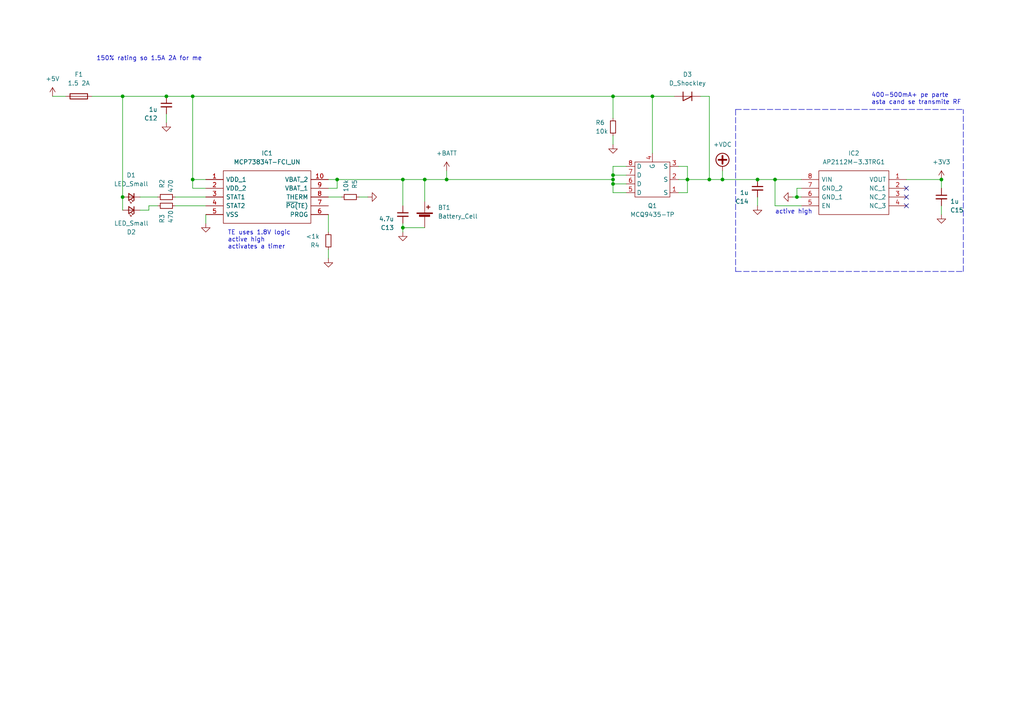
<source format=kicad_sch>
(kicad_sch (version 20211123) (generator eeschema)
  (paper "A4")
  (lib_symbols
    (symbol "Device:Battery_Cell" (pin_numbers hide) (pin_names (offset 0) hide)
      (property "Reference" "BT" (at 2.54 2.54 0))
      (property "Value" "Battery_Cell" (at 2.54 0 0))
      (symbol "Battery_Cell_0_1"
        (rectangle (start -2.286 1.778) (end 2.286 1.524) (fill (type outline)))
        (rectangle (start -1.5748 1.1938) (end 1.4732 0.6858) (fill (type outline)))
        (polyline (pts (xy 0 0.762) (xy 0 0)))
        (polyline (pts (xy 0 1.778) (xy 0 2.54)))
        (polyline (pts (xy 0.508 3.429) (xy 1.524 3.429)) (stroke (width 0.254)))
        (polyline (pts (xy 1.016 3.937) (xy 1.016 2.921)) (stroke (width 0.254)))
      )
      (symbol "Battery_Cell_1_1"
        (pin passive line (at 0 5.08 270) (length 2.54) (name "+") (number "1"))
        (pin passive line (at 0 -2.54 90) (length 2.54) (name "-") (number "2"))
      )
    )
    (symbol "Device:C_Small" (pin_numbers hide) (pin_names (offset 0.254) hide)
      (property "Reference" "C" (at 0.254 1.778 0))
      (property "Value" "C_Small" (at 0.254 -2.032 0))
      (symbol "C_Small_0_1"
        (polyline (pts (xy -1.524 -0.508) (xy 1.524 -0.508)) (stroke (width 0.3302)))
        (polyline (pts (xy -1.524 0.508) (xy 1.524 0.508)) (stroke (width 0.3048)))
      )
      (symbol "C_Small_1_1"
        (pin passive line (at 0 2.54 270) (length 2.032) (name "~") (number "1"))
        (pin passive line (at 0 -2.54 90) (length 2.032) (name "~") (number "2"))
      )
    )
    (symbol "Device:D_Shockley" (pin_numbers hide) (pin_names (offset 1.016) hide)
      (property "Reference" "D" (at 0 2.54 0))
      (property "Value" "D_Shockley" (at 0 -2.54 0))
      (symbol "D_Shockley_0_1"
        (polyline (pts (xy -1.27 0) (xy 1.27 0)))
        (polyline (pts (xy -1.27 1.27) (xy -1.27 -1.27)) (stroke (width 0.254)))
        (polyline (pts (xy -1.27 0) (xy 1.27 1.27) (xy 1.27 -1.27)) (stroke (width 0.254)))
      )
      (symbol "D_Shockley_1_1"
        (pin passive line (at -3.81 0 0) (length 2.54) (name "K") (number "1"))
        (pin passive line (at 3.81 0 180) (length 2.54) (name "A") (number "2"))
      )
    )
    (symbol "Device:Fuse" (pin_numbers hide) (pin_names (offset 0))
      (property "Reference" "F" (at 2.032 0 90))
      (property "Value" "Fuse" (at -1.905 0 90))
      (symbol "Fuse_0_1"
        (rectangle (start -0.762 -2.54) (end 0.762 2.54) (stroke (width 0.254)))
        (polyline (pts (xy 0 2.54) (xy 0 -2.54)))
      )
      (symbol "Fuse_1_1"
        (pin passive line (at 0 3.81 270) (length 1.27) (name "~") (number "1"))
        (pin passive line (at 0 -3.81 90) (length 1.27) (name "~") (number "2"))
      )
    )
    (symbol "Device:LED_Small" (pin_numbers hide) (pin_names (offset 0.254) hide)
      (property "Reference" "D" (at -1.27 3.175 0))
      (property "Value" "LED_Small" (at -4.445 -2.54 0))
      (symbol "LED_Small_0_1"
        (polyline (pts (xy -0.762 -1.016) (xy -0.762 1.016)) (stroke (width 0.254)))
        (polyline (pts (xy 1.016 0) (xy -0.762 0)))
        (polyline (pts (xy 0.762 -1.016) (xy -0.762 0) (xy 0.762 1.016) (xy 0.762 -1.016)) (stroke (width 0.254)))
        (polyline (pts (xy 0 0.762) (xy -0.508 1.27) (xy -0.254 1.27) (xy -0.508 1.27) (xy -0.508 1.016)))
        (polyline (pts (xy 0.508 1.27) (xy 0 1.778) (xy 0.254 1.778) (xy 0 1.778) (xy 0 1.524)))
      )
      (symbol "LED_Small_1_1"
        (pin passive line (at -2.54 0 0) (length 1.778) (name "K") (number "1"))
        (pin passive line (at 2.54 0 180) (length 1.778) (name "A") (number "2"))
      )
    )
    (symbol "Device:R_Small" (pin_numbers hide) (pin_names (offset 0.254) hide)
      (property "Reference" "R" (at 0.762 0.508 0))
      (property "Value" "R_Small" (at 0.762 -1.016 0))
      (symbol "R_Small_0_1"
        (rectangle (start -0.762 1.778) (end 0.762 -1.778) (stroke (width 0.2032)))
      )
      (symbol "R_Small_1_1"
        (pin passive line (at 0 2.54 270) (length 0.762) (name "~") (number "1"))
        (pin passive line (at 0 -2.54 90) (length 0.762) (name "~") (number "2"))
      )
    )
    (symbol "My_custom_lib:MCQ9435-TP"
      (property "Reference" "Q" (at -6.35 10.16 0))
      (property "Value" "MCQ9435-TP" (at -5.08 7.62 0))
      (symbol "MCQ9435-TP_0_1"
        (rectangle (start -12.7 6.35) (end -2.54 -3.81))
      )
      (symbol "MCQ9435-TP_1_1"
        (pin input line (at -15.24 5.08 0) (length 2.54) (name "S") (number "1"))
        (pin input line (at -15.24 1.27 0) (length 2.54) (name "S") (number "2"))
        (pin input line (at -15.24 -2.54 0) (length 2.54) (name "S") (number "3"))
        (pin input line (at -7.62 -6.35 90) (length 2.54) (name "G") (number "4"))
        (pin output line (at 0 5.08 180) (length 2.54) (name "D") (number "5"))
        (pin output line (at 0 2.54 180) (length 2.54) (name "D") (number "6"))
        (pin output line (at 0 0 180) (length 2.54) (name "D") (number "7"))
        (pin output line (at 0 -2.54 180) (length 2.54) (name "D") (number "8"))
      )
    )
    (symbol "SamacSys_Parts:AP2112M-3.3TRG1" (pin_names (offset 0.762))
      (property "Reference" "IC" (at 26.67 7.62 0))
      (property "Value" "AP2112M-3.3TRG1" (at 26.67 5.08 0))
      (symbol "AP2112M-3.3TRG1_0_0"
        (pin passive line (at 0 0 0) (length 5.08) (name "VOUT") (number "1"))
        (pin passive line (at 0 -2.54 0) (length 5.08) (name "NC_1") (number "2"))
        (pin passive line (at 0 -5.08 0) (length 5.08) (name "NC_2") (number "3"))
        (pin passive line (at 0 -7.62 0) (length 5.08) (name "NC_3") (number "4"))
        (pin passive line (at 30.48 -7.62 180) (length 5.08) (name "EN") (number "5"))
        (pin passive line (at 30.48 -5.08 180) (length 5.08) (name "GND_1") (number "6"))
        (pin passive line (at 30.48 -2.54 180) (length 5.08) (name "GND_2") (number "7"))
        (pin passive line (at 30.48 0 180) (length 5.08) (name "VIN") (number "8"))
      )
      (symbol "AP2112M-3.3TRG1_0_1"
        (polyline (pts (xy 5.08 2.54) (xy 25.4 2.54) (xy 25.4 -10.16) (xy 5.08 -10.16) (xy 5.08 2.54)) (stroke (width 0.1524)))
      )
    )
    (symbol "SamacSys_Parts:MCP73834T-FCI_UN" (pin_names (offset 0.762))
      (property "Reference" "IC" (at 31.75 7.62 0))
      (property "Value" "MCP73834T-FCI_UN" (at 31.75 5.08 0))
      (symbol "MCP73834T-FCI_UN_0_0"
        (pin passive line (at 0 0 0) (length 5.08) (name "VDD_1") (number "1"))
        (pin passive line (at 35.56 0 180) (length 5.08) (name "VBAT_2") (number "10"))
        (pin passive line (at 0 -2.54 0) (length 5.08) (name "VDD_2") (number "2"))
        (pin passive line (at 0 -5.08 0) (length 5.08) (name "STAT1") (number "3"))
        (pin passive line (at 0 -7.62 0) (length 5.08) (name "STAT2") (number "4"))
        (pin passive line (at 0 -10.16 0) (length 5.08) (name "VSS") (number "5"))
        (pin passive line (at 35.56 -10.16 180) (length 5.08) (name "PROG") (number "6"))
        (pin passive line (at 35.56 -7.62 180) (length 5.08) (name "~{PG(}TE)") (number "7"))
        (pin passive line (at 35.56 -5.08 180) (length 5.08) (name "THERM") (number "8"))
        (pin passive line (at 35.56 -2.54 180) (length 5.08) (name "VBAT_1") (number "9"))
      )
      (symbol "MCP73834T-FCI_UN_0_1"
        (polyline (pts (xy 5.08 2.54) (xy 30.48 2.54) (xy 30.48 -12.7) (xy 5.08 -12.7) (xy 5.08 2.54)) (stroke (width 0.1524)))
      )
    )
    (symbol "power:+3.3V" (power) (pin_names (offset 0))
      (property "Value" "+3.3V" (at 0 3.556 0))
      (symbol "+3.3V_0_1"
        (polyline (pts (xy -0.762 1.27) (xy 0 2.54)))
        (polyline (pts (xy 0 0) (xy 0 2.54)))
        (polyline (pts (xy 0 2.54) (xy 0.762 1.27)))
      )
      (symbol "+3.3V_1_1"
        (pin power_in line (at 0 0 90) (length 0) hide (name "+3V3") (number "1"))
      )
    )
    (symbol "power:+5V" (power) (pin_names (offset 0))
      (property "Value" "+5V" (at 0 3.556 0))
      (symbol "+5V_0_1"
        (polyline (pts (xy -0.762 1.27) (xy 0 2.54)))
        (polyline (pts (xy 0 0) (xy 0 2.54)))
        (polyline (pts (xy 0 2.54) (xy 0.762 1.27)))
      )
      (symbol "+5V_1_1"
        (pin power_in line (at 0 0 90) (length 0) hide (name "+5V") (number "1"))
      )
    )
    (symbol "power:+BATT" (power) (pin_names (offset 0))
      (property "Value" "+BATT" (at 0 3.556 0))
      (symbol "+BATT_0_1"
        (polyline (pts (xy -0.762 1.27) (xy 0 2.54)))
        (polyline (pts (xy 0 0) (xy 0 2.54)))
        (polyline (pts (xy 0 2.54) (xy 0.762 1.27)))
      )
      (symbol "+BATT_1_1"
        (pin power_in line (at 0 0 90) (length 0) hide (name "+BATT") (number "1"))
      )
    )
    (symbol "power:+VDC" (power) (pin_names (offset 0))
      (property "Value" "+VDC" (at 0 6.35 0))
      (symbol "+VDC_0_1"
        (polyline (pts (xy -1.143 3.175) (xy 1.143 3.175)) (stroke (width 0.508)))
        (polyline (pts (xy 0 0) (xy 0 1.27)))
        (polyline (pts (xy 0 2.032) (xy 0 4.318)) (stroke (width 0.508)))
        (circle (center 0 3.175) (radius 1.905) (stroke (width 0.254)))
      )
      (symbol "+VDC_1_1"
        (pin power_in line (at 0 0 90) (length 0) hide (name "+VDC") (number "1"))
      )
    )
    (symbol "power:GND" (power) (pin_names (offset 0))
      (property "Value" "GND" (at 0 -3.81 0))
      (symbol "GND_0_1"
        (polyline (pts (xy 0 0) (xy 0 -1.27) (xy 1.27 -1.27) (xy 0 -2.54) (xy -1.27 -1.27) (xy 0 -1.27)))
      )
      (symbol "GND_1_1"
        (pin power_in line (at 0 0 270) (length 0) hide (name "GND") (number "1"))
      )
    )
  )
  (junction (at 35.56 57.15))
  (junction (at 273.05 52.07))
  (junction (at 129.54 52.07))
  (junction (at 123.19 52.07))
  (junction (at 48.26 27.94))
  (junction (at 199.39 52.07))
  (junction (at 177.8 52.07))
  (junction (at 177.8 50.8))
  (junction (at 55.88 52.07))
  (junction (at 97.79 52.07))
  (junction (at 209.55 52.07))
  (junction (at 219.71 52.07))
  (junction (at 116.84 52.07))
  (junction (at 224.79 52.07))
  (junction (at 55.88 27.94))
  (junction (at 231.14 57.15))
  (junction (at 116.84 66.04))
  (junction (at 177.8 27.94))
  (junction (at 205.74 52.07))
  (junction (at 177.8 53.34))
  (junction (at 35.56 27.94))
  (junction (at 189.23 27.94))
  (no_connect (at 262.89 54.61))
  (no_connect (at 262.89 59.69))
  (no_connect (at 262.89 57.15))
  (wire (pts (xy 95.25 57.15) (xy 99.06 57.15)))
  (wire (pts (xy 35.56 27.94) (xy 35.56 57.15)))
  (wire (pts (xy 177.8 50.8) (xy 177.8 48.26)))
  (wire (pts (xy 35.56 27.94) (xy 48.26 27.94)))
  (wire (pts (xy 48.26 27.94) (xy 55.88 27.94)))
  (polyline (pts (xy 279.4 78.74) (xy 279.4 31.75)))
  (wire (pts (xy 59.69 62.23) (xy 59.69 64.77)))
  (wire (pts (xy 97.79 52.07) (xy 116.84 52.07)))
  (wire (pts (xy 43.18 60.96) (xy 43.18 59.69)))
  (wire (pts (xy 129.54 52.07) (xy 177.8 52.07)))
  (wire (pts (xy 123.19 52.07) (xy 129.54 52.07)))
  (wire (pts (xy 15.24 27.94) (xy 19.05 27.94)))
  (wire (pts (xy 116.84 66.04) (xy 116.84 67.31)))
  (wire (pts (xy 97.79 52.07) (xy 95.25 52.07)))
  (wire (pts (xy 262.89 52.07) (xy 273.05 52.07)))
  (wire (pts (xy 40.64 60.96) (xy 43.18 60.96)))
  (wire (pts (xy 116.84 66.04) (xy 123.19 66.04)))
  (wire (pts (xy 116.84 59.69) (xy 116.84 52.07)))
  (wire (pts (xy 189.23 27.94) (xy 189.23 44.45)))
  (wire (pts (xy 116.84 52.07) (xy 123.19 52.07)))
  (wire (pts (xy 231.14 57.15) (xy 229.87 57.15)))
  (wire (pts (xy 205.74 27.94) (xy 205.74 52.07)))
  (wire (pts (xy 50.8 57.15) (xy 59.69 57.15)))
  (wire (pts (xy 50.8 59.69) (xy 59.69 59.69)))
  (wire (pts (xy 177.8 53.34) (xy 177.8 52.07)))
  (wire (pts (xy 232.41 57.15) (xy 231.14 57.15)))
  (wire (pts (xy 231.14 54.61) (xy 231.14 57.15)))
  (wire (pts (xy 116.84 64.77) (xy 116.84 66.04)))
  (wire (pts (xy 123.19 52.07) (xy 123.19 58.42)))
  (wire (pts (xy 209.55 49.53) (xy 209.55 52.07)))
  (wire (pts (xy 181.61 55.88) (xy 177.8 55.88)))
  (wire (pts (xy 55.88 52.07) (xy 59.69 52.07)))
  (wire (pts (xy 189.23 27.94) (xy 195.58 27.94)))
  (wire (pts (xy 97.79 54.61) (xy 97.79 52.07)))
  (wire (pts (xy 199.39 55.88) (xy 196.85 55.88)))
  (wire (pts (xy 177.8 55.88) (xy 177.8 53.34)))
  (wire (pts (xy 26.67 27.94) (xy 35.56 27.94)))
  (wire (pts (xy 203.2 27.94) (xy 205.74 27.94)))
  (wire (pts (xy 199.39 48.26) (xy 199.39 52.07)))
  (wire (pts (xy 199.39 52.07) (xy 199.39 55.88)))
  (wire (pts (xy 205.74 52.07) (xy 209.55 52.07)))
  (wire (pts (xy 48.26 33.02) (xy 48.26 35.56)))
  (wire (pts (xy 273.05 59.69) (xy 273.05 62.23)))
  (wire (pts (xy 40.64 57.15) (xy 45.72 57.15)))
  (wire (pts (xy 224.79 52.07) (xy 232.41 52.07)))
  (wire (pts (xy 95.25 54.61) (xy 97.79 54.61)))
  (wire (pts (xy 224.79 59.69) (xy 224.79 52.07)))
  (wire (pts (xy 129.54 49.53) (xy 129.54 52.07)))
  (polyline (pts (xy 213.36 31.75) (xy 213.36 78.74)))
  (wire (pts (xy 219.71 57.15) (xy 219.71 59.69)))
  (wire (pts (xy 177.8 52.07) (xy 177.8 50.8)))
  (wire (pts (xy 177.8 48.26) (xy 181.61 48.26)))
  (wire (pts (xy 177.8 27.94) (xy 177.8 34.29)))
  (wire (pts (xy 55.88 27.94) (xy 55.88 52.07)))
  (wire (pts (xy 35.56 57.15) (xy 35.56 60.96)))
  (wire (pts (xy 209.55 52.07) (xy 219.71 52.07)))
  (wire (pts (xy 232.41 59.69) (xy 224.79 59.69)))
  (wire (pts (xy 95.25 72.39) (xy 95.25 74.93)))
  (wire (pts (xy 177.8 39.37) (xy 177.8 41.91)))
  (wire (pts (xy 104.14 57.15) (xy 106.68 57.15)))
  (wire (pts (xy 177.8 50.8) (xy 181.61 50.8)))
  (wire (pts (xy 219.71 52.07) (xy 224.79 52.07)))
  (polyline (pts (xy 213.36 31.75) (xy 279.4 31.75)))
  (wire (pts (xy 189.23 27.94) (xy 177.8 27.94)))
  (wire (pts (xy 43.18 59.69) (xy 45.72 59.69)))
  (wire (pts (xy 59.69 54.61) (xy 55.88 54.61)))
  (polyline (pts (xy 213.36 78.74) (xy 279.4 78.74)))
  (wire (pts (xy 199.39 52.07) (xy 205.74 52.07)))
  (wire (pts (xy 196.85 48.26) (xy 199.39 48.26)))
  (wire (pts (xy 95.25 62.23) (xy 95.25 67.31)))
  (wire (pts (xy 232.41 54.61) (xy 231.14 54.61)))
  (wire (pts (xy 273.05 52.07) (xy 273.05 54.61)))
  (wire (pts (xy 55.88 27.94) (xy 177.8 27.94)))
  (wire (pts (xy 196.85 52.07) (xy 199.39 52.07)))
  (wire (pts (xy 55.88 52.07) (xy 55.88 54.61)))
  (wire (pts (xy 177.8 53.34) (xy 181.61 53.34)))
  (text "TE uses 1.8V logic\nactive high\nactivates a timer" (at 66.04 72.39 0) (effects (font (size 1.27 1.27)) (justify left bottom)))
  (text "150% rating so 1.5A 2A for me" (at 27.94 17.78 0) (effects (font (size 1.27 1.27)) (justify left bottom)))
  (text "active high" (at 224.79 62.23 0) (effects (font (size 1.27 1.27)) (justify left bottom)))
  (text "400-500mA+ pe parte\nasta cand se transmite RF" (at 252.73 30.48 0) (effects (font (size 1.27 1.27)) (justify left bottom)))
  (symbol (lib_id "Device:R_Small") (at 101.6 57.15 270) (mirror x) (unit 1)
    (property "Reference" "R5" (at 102.87 52.07 0) (effects (justify right)))
    (property "Value" "10k" (at 100.33 52.07 0) (effects (justify right)))
  )
  (symbol (lib_id "Device:C_Small") (at 48.26 30.48 0) (mirror y) (unit 1)
    (property "Reference" "C12" (at 45.72 34.29 0) (effects (justify left)))
    (property "Value" "1u" (at 45.72 31.75 0) (effects (justify left)))
  )
  (symbol (lib_id "power:+BATT") (at 129.54 49.53 0) (unit 1)
    (property "Reference" "#PWR0126" (effects hide))
    (property "Value" "+BATT" (at 129.54 44.45 0))
  )
  (symbol (lib_id "power:GND") (at 116.84 67.31 0) (mirror y) (unit 1)
    (property "Reference" "#PWR0127" (effects hide))
    (property "Value" "GND" (effects hide))
  )
  (symbol (lib_id "power:GND") (at 177.8 41.91 0) (unit 1)
    (property "Reference" "#PWR0125" (effects hide))
    (property "Value" "GND" (effects hide))
  )
  (symbol (lib_id "power:GND") (at 273.05 62.23 0) (unit 1)
    (property "Reference" "#PWR0124" (effects hide))
    (property "Value" "GND" (effects hide))
  )
  (symbol (lib_id "Device:R_Small") (at 48.26 59.69 90) (mirror x) (unit 1)
    (property "Reference" "R3" (at 46.99 64.77 0) (effects (justify right)))
    (property "Value" "470" (at 49.53 64.77 0) (effects (justify right)))
  )
  (symbol (lib_id "SamacSys_Parts:AP2112M-3.3TRG1") (at 262.89 52.07 0) (mirror y) (unit 1)
    (property "Reference" "IC2" (at 247.65 44.45 0))
    (property "Value" "AP2112M-3.3TRG1" (at 247.65 46.99 0))
    (property "Footprint" "SOIC127P600X170-8N" (effects hide))
    (property "Datasheet" "https://www.diodes.com/assets/Datasheets/AP2112.pdf" (effects hide))
    (property "Description" "LDO Voltage Regulators LDO CMOS HiCurr" (effects hide))
    (property "Height" "1.7" (effects hide))
    (property "Mouser Part Number" "621-AP2112M-3.3TRG1" (effects hide))
    (property "Mouser Price/Stock" "https://www.mouser.co.uk/ProductDetail/Diodes-Incorporated/AP2112M-33TRG1?qs=5V6w%252Be2aIqa1YM8VADFBsQ%3D%3D" (effects hide))
    (property "Manufacturer_Name" "Diodes Inc." (effects hide))
    (property "Manufacturer_Part_Number" "AP2112M-3.3TRG1" (effects hide))
  )
  (symbol (lib_id "power:+3.3V") (at 273.05 52.07 0) (unit 1)
    (property "Reference" "#PWR0123" (effects hide))
    (property "Value" "+3.3V" (at 273.05 46.99 0))
  )
  (symbol (lib_id "Device:C_Small") (at 116.84 62.23 0) (mirror y) (unit 1)
    (property "Reference" "C13" (at 114.3 66.04 0) (effects (justify left)))
    (property "Value" "4.7u" (at 114.3 63.5 0) (effects (justify left)))
  )
  (symbol (lib_id "Device:LED_Small") (at 38.1 60.96 180) (unit 1)
    (property "Reference" "D2" (at 38.1 67.31 0))
    (property "Value" "LED_Small" (at 38.1 64.77 0))
  )
  (symbol (lib_id "Device:C_Small") (at 219.71 54.61 0) (mirror y) (unit 1)
    (property "Reference" "C14" (at 217.17 58.42 0) (effects (justify left)))
    (property "Value" "1u" (at 217.17 55.88 0) (effects (justify left)))
  )
  (symbol (lib_id "power:GND") (at 229.87 57.15 270) (unit 1)
    (property "Reference" "#PWR0122" (effects hide))
    (property "Value" "GND" (effects hide))
  )
  (symbol (lib_id "power:+VDC") (at 209.55 49.53 0) (unit 1)
    (property "Reference" "#PWR0120" (effects hide))
    (property "Value" "+VDC" (at 209.55 41.91 0))
  )
  (symbol (lib_id "Device:R_Small") (at 95.25 69.85 0) (mirror x) (unit 1)
    (property "Reference" "R4" (at 92.71 71.12 0) (effects (justify right)))
    (property "Value" "<1k" (at 92.71 68.58 0) (effects (justify right)))
  )
  (symbol (lib_id "power:+5V") (at 15.24 27.94 0) (unit 1)
    (property "Reference" "#PWR0117" (effects hide))
    (property "Value" "+5V" (at 15.24 22.86 0))
  )
  (symbol (lib_id "Device:D_Shockley") (at 199.39 27.94 180) (unit 1)
    (property "Reference" "D3" (at 199.39 21.59 0))
    (property "Value" "D_Shockley" (at 199.39 24.13 0))
    (property "Footprint" "Diode_THT:D_DO-15_P15.24mm_Horizontal" (effects hide))
  )
  (symbol (lib_id "Device:R_Small") (at 48.26 57.15 90) (mirror x) (unit 1)
    (property "Reference" "R2" (at 46.99 54.61 0) (effects (justify right)))
    (property "Value" "470" (at 49.53 55.88 0) (effects (justify right)))
  )
  (symbol (lib_id "power:GND") (at 59.69 64.77 0) (unit 1)
    (property "Reference" "#PWR0119" (effects hide))
    (property "Value" "GND" (effects hide))
  )
  (symbol (lib_id "Device:Battery_Cell") (at 123.19 63.5 0) (unit 1)
    (property "Reference" "BT1" (at 127 60.1979 0) (effects (justify left)))
    (property "Value" "Battery_Cell" (at 127 62.7379 0) (effects (justify left)))
  )
  (symbol (lib_id "power:GND") (at 106.68 57.15 90) (mirror x) (unit 1)
    (property "Reference" "#PWR0129" (effects hide))
    (property "Value" "GND" (effects hide))
  )
  (symbol (lib_id "SamacSys_Parts:MCP73834T-FCI_UN") (at 59.69 52.07 0) (unit 1)
    (property "Reference" "IC1" (at 77.47 44.45 0))
    (property "Value" "MCP73834T-FCI_UN" (at 77.47 46.99 0))
    (property "Footprint" "SOP50P490X110-10N" (effects hide))
    (property "Datasheet" "http://www.microchip.com/mymicrochip/filehandler.aspx?ddocname=en027983" (effects hide))
    (property "Description" "Battery Management Charge Management Controllers" (effects hide))
    (property "Height" "1.1" (effects hide))
    (property "Mouser Part Number" "579-MCP73834T-FCI/UN" (effects hide))
    (property "Mouser Price/Stock" "https://www.mouser.co.uk/ProductDetail/Microchip-Technology/MCP73834T-FCI-UN?qs=jZi1jxfVU96a9W8V17k8Cg%3D%3D" (effects hide))
    (property "Manufacturer_Name" "Microchip" (effects hide))
    (property "Manufacturer_Part_Number" "MCP73834T-FCI/UN" (effects hide))
  )
  (symbol (lib_id "power:GND") (at 219.71 59.69 0) (mirror y) (unit 1)
    (property "Reference" "#PWR0121" (effects hide))
    (property "Value" "GND" (effects hide))
  )
  (symbol (lib_id "Device:C_Small") (at 273.05 57.15 0) (unit 1)
    (property "Reference" "C15" (at 275.59 60.96 0) (effects (justify left)))
    (property "Value" "1u" (at 275.59 58.42 0) (effects (justify left)))
  )
  (symbol (lib_id "Device:LED_Small") (at 38.1 57.15 180) (unit 1)
    (property "Reference" "D1" (at 38.0365 50.8 0))
    (property "Value" "LED_Small" (at 38.0365 53.34 0))
  )
  (symbol (lib_id "Device:Fuse") (at 22.86 27.94 90) (unit 1)
    (property "Reference" "F1" (at 22.86 21.59 90))
    (property "Value" "1.5 2A" (at 22.86 24.13 90))
  )
  (symbol (lib_id "Device:R_Small") (at 177.8 36.83 0) (mirror y) (unit 1)
    (property "Reference" "R6" (at 172.72 35.56 0) (effects (justify right)))
    (property "Value" "10k" (at 172.72 38.1 0) (effects (justify right)))
  )
  (symbol (lib_id "power:GND") (at 48.26 35.56 0) (mirror y) (unit 1)
    (property "Reference" "#PWR0118" (effects hide))
    (property "Value" "GND" (effects hide))
  )
  (symbol (lib_id "power:GND") (at 95.25 74.93 0) (mirror y) (unit 1)
    (property "Reference" "#PWR0128" (effects hide))
    (property "Value" "GND" (effects hide))
  )
  (symbol (lib_id "My_custom_lib:MCQ9435-TP") (at 181.61 50.8 180) (unit 1)
    (property "Reference" "Q1" (at 189.23 59.69 0))
    (property "Value" "MCQ9435-TP" (at 189.23 62.23 0))
    (property "Footprint" "Package_SO:SOP-8_3.76x4.96mm_P1.27mm" (effects hide))
  )
)
</source>
